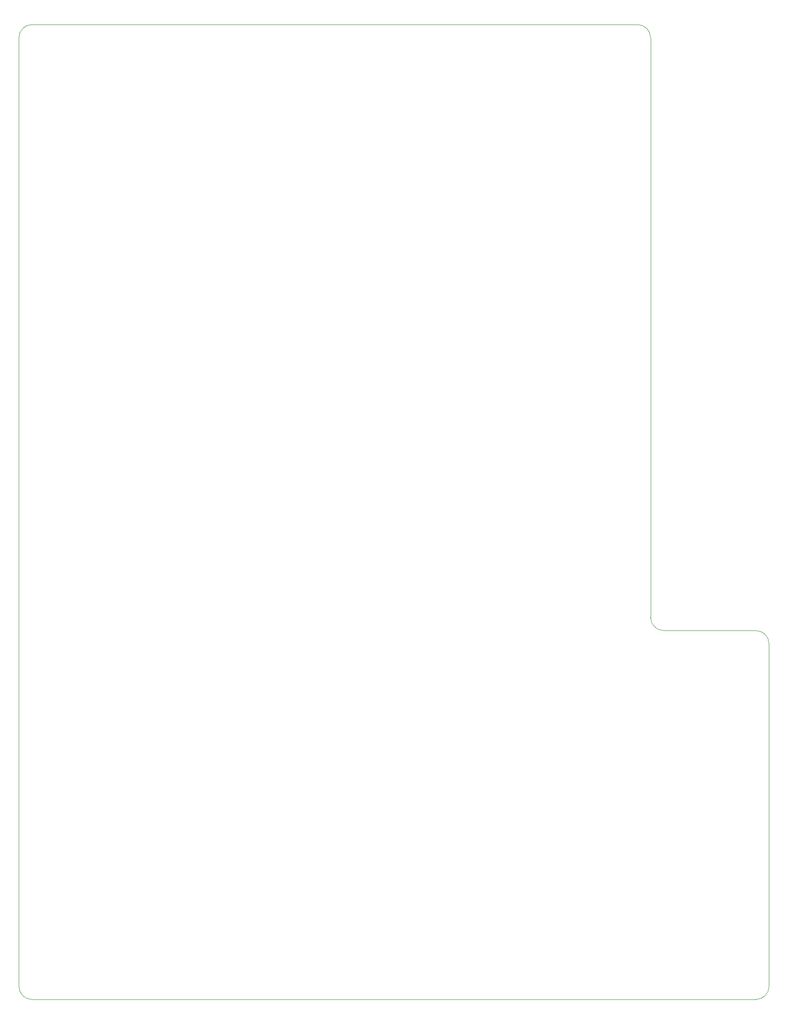
<source format=gm1>
%TF.GenerationSoftware,KiCad,Pcbnew,(5.1.9-0-10_14)*%
%TF.CreationDate,2021-08-20T09:49:49+02:00*%
%TF.ProjectId,MechanicalTheatre,4d656368-616e-4696-9361-6c5468656174,rev?*%
%TF.SameCoordinates,Original*%
%TF.FileFunction,Profile,NP*%
%FSLAX46Y46*%
G04 Gerber Fmt 4.6, Leading zero omitted, Abs format (unit mm)*
G04 Created by KiCad (PCBNEW (5.1.9-0-10_14)) date 2021-08-20 09:49:49*
%MOMM*%
%LPD*%
G01*
G04 APERTURE LIST*
%TA.AperFunction,Profile*%
%ADD10C,0.050000*%
%TD*%
G04 APERTURE END LIST*
D10*
X147500000Y-40000000D02*
G75*
G02*
X150000000Y-42500000I0J-2500000D01*
G01*
X30000000Y-42500000D02*
G75*
G02*
X32500000Y-40000000I2500000J0D01*
G01*
X32500000Y-225000000D02*
G75*
G02*
X30000000Y-222500000I0J2500000D01*
G01*
X172500000Y-222500000D02*
G75*
G02*
X170000000Y-225000000I-2500000J0D01*
G01*
X170000000Y-155000000D02*
G75*
G02*
X172500000Y-157500000I0J-2500000D01*
G01*
X152500000Y-155000000D02*
G75*
G02*
X150000000Y-152500000I0J2500000D01*
G01*
X170000000Y-155000000D02*
X152500000Y-155000000D01*
X172500000Y-222500000D02*
X172500000Y-157500000D01*
X32500000Y-225000000D02*
X170000000Y-225000000D01*
X150000000Y-42500000D02*
X150000000Y-152500000D01*
X147500000Y-40000000D02*
X32500000Y-40000000D01*
X30000000Y-222500000D02*
X30000000Y-42500000D01*
M02*

</source>
